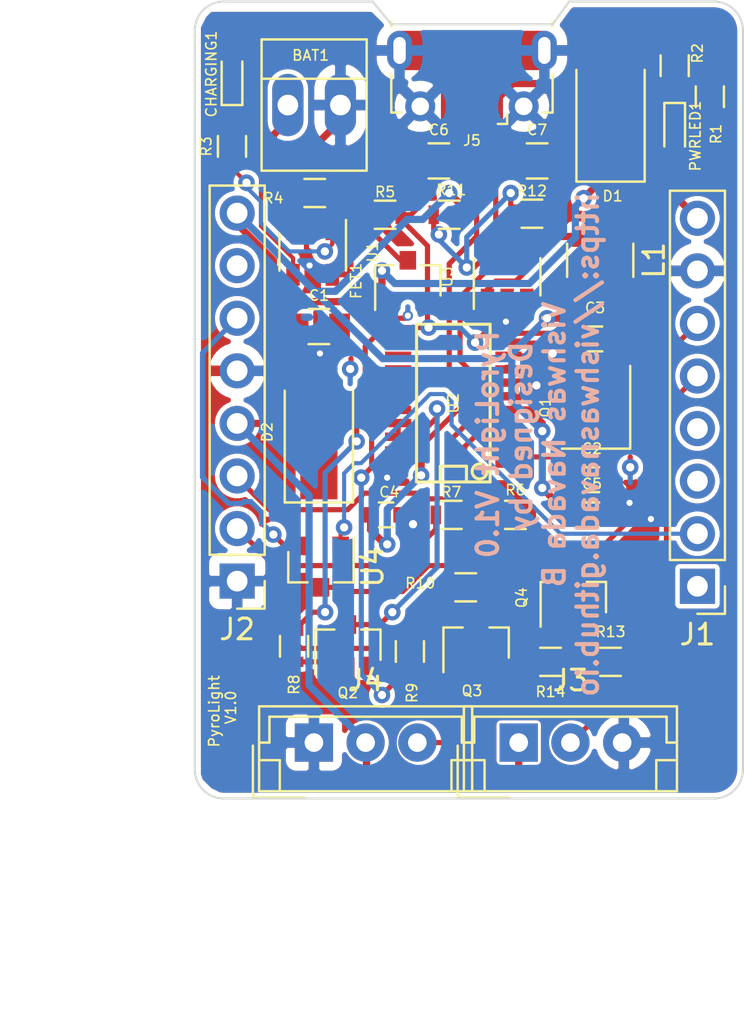
<source format=kicad_pcb>
(kicad_pcb (version 20171130) (host pcbnew "(5.1.5)-3")
  (title_block (title PyroLight) (date 2020-02-22) (rev V1.0) (company "Developer: Vishwas Navada B") (comment 1 https://vishwasnavada.github.io))
  (layers (0 F.Cu signal) (31 B.Cu signal) (34 B.Paste user) (35 F.Paste user) (36 B.SilkS user) (37 F.SilkS user) (38 B.Mask user) (39 F.Mask user) (44 Edge.Cuts user))
  (net 0 "")
  (net 1 GND)
  (net 2 "Net-(BAT1-Pad1)")
  (net 3 +5V)
  (net 4 "Net-(C2-Pad1)")
  (net 5 "Net-(C3-Pad1)")
  (net 6 +3V3)
  (net 7 "Net-(C6-Pad1)")
  (net 8 "Net-(CHARGING1-Pad1)")
  (net 9 /+5V_USB)
  (net 10 GPIO_12)
  (net 11 GPIO_13)
  (net 12 GPIO_02)
  (net 13 GPIO1_TXD)
  (net 14 GPIO3_RXD)
  (net 15 GPIO_0)
  (net 16 "Net-(J3-Pad2)")
  (net 17 "Net-(L1-Pad1)")
  (net 18 "Net-(PWRLED1-Pad1)")
  (net 19 "Net-(Q2-Pad2)")
  (net 20 "Net-(Q2-Pad1)")
  (net 21 "Net-(Q3-Pad3)")
  (net 22 "Net-(Q3-Pad2)")
  (net 23 "Net-(Q3-Pad1)")
  (net 24 "Net-(Q4-Pad1)")
  (net 25 "Net-(Q4-Pad2)")
  (net 26 "Net-(R3-Pad2)")
  (net 27 "Net-(R4-Pad1)")
  (net 28 "Net-(R6-Pad1)")
  (net 29 "Net-(R7-Pad1)")
  (net 30 "Net-(R11-Pad1)")
  (net 31 "Net-(J5-Pad2)")
  (net 32 "Net-(J5-Pad3)")
  (net 33 "Net-(R10-Pad2)")
  (module Connectors:PINHEAD1-2 (layer F.Cu) (at 145.4 80.12)
    (fp_text reference BAT1 (at 1.1 -2.4) (layer F.SilkS) (effects (font (size 0.5 0.5) (thickness 0.08))))
    (fp_text value DW02S)
    (pad 2 thru_hole oval (at 2.54 0) (size 1.51 3.01) (drill 1) (layers *.Cu *.Mask) (net 1 GND))
    (pad 1 thru_hole oval (at 0 0) (size 1.51 3.01) (drill 1) (layers *.Cu *.Mask) (net 2 "Net-(BAT1-Pad1)"))
  )
  (module Capacitors_SMD:C_0805 (layer F.Cu) (at 146.9 90.82)
    (fp_text reference C1 (at 0 -1.5) (layer F.SilkS) (effects (font (size 0.5 0.5) (thickness 0.08))))
    (fp_text value 47uF/6.3V/)
    (pad 2 smd rect (at 1 0) (size 1 1.25) (layers F.Cu F.Paste F.Mask) (net 1 GND))
    (pad 1 smd rect (at -1 0) (size 1 1.25) (layers F.Cu F.Paste F.Mask) (net 3 +5V))
  )
  (module Capacitors_SMD:C_0603 (layer F.Cu) (at 160.1 98.22)
    (fp_text reference C2 (at 0 -1.5) (layer F.SilkS) (effects (font (size 0.5 0.5) (thickness 0.08))))
    (fp_text value 27pF/50V/)
    (pad 1 smd rect (at -0.75 0) (size 0.8 0.75) (layers F.Cu F.Paste F.Mask) (net 4 "Net-(C2-Pad1)"))
    (pad 2 smd rect (at 0.75 0) (size 0.8 0.75) (layers F.Cu F.Paste F.Mask) (net 1 GND))
  )
  (module Capacitors_SMD:C_0603 (layer F.Cu) (at 160.25 91.42)
    (fp_text reference C3 (at 0 -1.5) (layer F.SilkS) (effects (font (size 0.5 0.5) (thickness 0.08))))
    (fp_text value 27pF/50V)
    (pad 2 smd rect (at 0.75 0) (size 0.8 0.75) (layers F.Cu F.Paste F.Mask) (net 1 GND))
    (pad 1 smd rect (at -0.75 0) (size 0.8 0.75) (layers F.Cu F.Paste F.Mask) (net 5 "Net-(C3-Pad1)"))
  )
  (module Capacitors_SMD:C_0603 (layer F.Cu) (at 150.15 99.92)
    (fp_text reference C4 (at 0.15 -1.1) (layer F.SilkS) (effects (font (size 0.5 0.5) (thickness 0.08))))
    (fp_text value 22uF/6.3V/)
    (pad 1 smd rect (at -0.75 0) (size 0.8 0.75) (layers F.Cu F.Paste F.Mask) (net 6 +3V3))
    (pad 2 smd rect (at 0.75 0) (size 0.8 0.75) (layers F.Cu F.Paste F.Mask) (net 1 GND))
  )
  (module Capacitors_SMD:C_0603 (layer F.Cu) (at 160.1 99.92)
    (fp_text reference C5 (at 0 -1.5) (layer F.SilkS) (effects (font (size 0.5 0.5) (thickness 0.08))))
    (fp_text value 100nF/50V/)
    (pad 2 smd rect (at 0.75 0) (size 0.8 0.75) (layers F.Cu F.Paste F.Mask) (net 1 GND))
    (pad 1 smd rect (at -0.75 0) (size 0.8 0.75) (layers F.Cu F.Paste F.Mask) (net 6 +3V3))
  )
  (module Capacitors_SMD:C_0805 (layer F.Cu) (at 152.7 82.82)
    (fp_text reference C6 (at 0 -1.5) (layer F.SilkS) (effects (font (size 0.5 0.5) (thickness 0.08))))
    (fp_text value 47uF/6.3V/20%/X5R/C0805)
    (pad 2 smd rect (at 1 0) (size 1 1.25) (layers F.Cu F.Paste F.Mask) (net 1 GND))
    (pad 1 smd rect (at -1 0) (size 1 1.25) (layers F.Cu F.Paste F.Mask) (net 7 "Net-(C6-Pad1)"))
  )
  (module Capacitors_SMD:C_0805 (layer F.Cu) (at 157.45 82.82)
    (fp_text reference C7 (at 0 -1.5) (layer F.SilkS) (effects (font (size 0.5 0.5) (thickness 0.08))))
    (fp_text value 47uF/6.3V/20%/X5R/C0805)
    (pad 1 smd rect (at -1 0) (size 1 1.25) (layers F.Cu F.Paste F.Mask) (net 6 +3V3))
    (pad 2 smd rect (at 1 0) (size 1 1.25) (layers F.Cu F.Paste F.Mask) (net 1 GND))
  )
  (module LEDs:LED_0603 (layer F.Cu) (at 142.7 78.82 90)
    (fp_text reference CHARGING1 (at 0.2 -1 90) (layer F.SilkS) (effects (font (size 0.5 0.5) (thickness 0.08))))
    (fp_text value LED/YELLOW/0603)
    (pad 1 smd rect (at -0.8 0 270) (size 0.8 0.8) (layers F.Cu F.Paste F.Mask) (net 8 "Net-(CHARGING1-Pad1)"))
    (pad 2 smd rect (at 0.8 0 270) (size 0.8 0.8) (layers F.Cu F.Paste F.Mask) (net 3 +5V))
  )
  (module Diodes_SMD:D_SMA (layer F.Cu) (at 161 80.42 90)
    (fp_text reference D1 (at -4.1 0.1 180) (layer F.SilkS) (effects (font (size 0.5 0.5) (thickness 0.08))))
    (fp_text value 1N5822/SS34/SMA)
    (pad 1 smd rect (at -2 0 90) (size 2.5 1.8) (layers F.Cu F.Paste F.Mask) (net 3 +5V))
    (pad 2 smd rect (at 2 0 90) (size 2.5 1.8) (layers F.Cu F.Paste F.Mask) (net 9 /+5V_USB))
  )
  (module Diodes_SMD:D_SMA (layer F.Cu) (at 146.9 95.92 90)
    (fp_text reference D2 (at 0 -2.5 90) (layer F.SilkS) (effects (font (size 0.5 0.5) (thickness 0.08))))
    (fp_text value 1N5822/SS34/SMA)
    (pad 2 smd rect (at 2 0 90) (size 2.5 1.8) (layers F.Cu F.Paste F.Mask) (net 3 +5V))
    (pad 1 smd rect (at -2 0 90) (size 2.5 1.8) (layers F.Cu F.Paste F.Mask) (net 7 "Net-(C6-Pad1)"))
  )
  (module TO_SOT_Packages_SMD:SOT-23 (layer F.Cu) (at 151.2 88.62 90)
    (fp_text reference FET1 (at 0 -2.5 90) (layer F.SilkS) (effects (font (size 0.5 0.5) (thickness 0.08))))
    (fp_text value WPM2015-3/TR)
    (pad 1 smd rect (at -1 -0.95 90) (size 0.9 0.8) (layers F.Cu F.Paste F.Mask) (net 3 +5V))
    (pad 2 smd rect (at -1 0.95 90) (size 0.9 0.8) (layers F.Cu F.Paste F.Mask) (net 7 "Net-(C6-Pad1)"))
    (pad 3 smd rect (at 1 0 90) (size 0.9 0.8) (layers F.Cu F.Paste F.Mask) (net 2 "Net-(BAT1-Pad1)"))
  )
  (module LEDs:LED_0603 (layer F.Cu) (at 164.1 81.32 270)
    (fp_text reference PWRLED1 (at 0.3 -1 90) (layer F.SilkS) (effects (font (size 0.5 0.5) (thickness 0.08))))
    (fp_text value LED/RED/0603)
    (pad 2 smd rect (at 0.8 0 90) (size 0.8 0.8) (layers F.Cu F.Paste F.Mask) (net 3 +5V))
    (pad 1 smd rect (at -0.8 0 90) (size 0.8 0.8) (layers F.Cu F.Paste F.Mask) (net 18 "Net-(PWRLED1-Pad1)"))
  )
  (module Crystals:Crystal_SMD_3225-4pin_3.2x2.5mm (layer F.Cu) (at 160.3 94.72 90)
    (fp_text reference Q1 (at 0 -2.45 90) (layer F.SilkS) (effects (font (size 0.5 0.5) (thickness 0.08))))
    (fp_text value Q12MHz/20pF/10ppm/4P/3.2x2.5mm)
    (pad 4 smd rect (at -1.1 -0.85 90) (size 1.4 1.2) (layers F.Cu F.Paste F.Mask))
    (pad 3 smd rect (at 1.1 -0.85 90) (size 1.4 1.2) (layers F.Cu F.Paste F.Mask) (net 1 GND))
    (pad 2 smd rect (at 1.1 0.85 90) (size 1.4 1.2) (layers F.Cu F.Paste F.Mask) (net 5 "Net-(C3-Pad1)"))
    (pad 1 smd rect (at -1.1 0.85 90) (size 1.4 1.2) (layers F.Cu F.Paste F.Mask) (net 4 "Net-(C2-Pad1)"))
  )
  (module TO_SOT_Packages_SMD:SOT-23 (layer F.Cu) (at 148.3 106.22 90)
    (fp_text reference Q2 (at -2.3 0 180) (layer F.SilkS) (effects (font (size 0.5 0.5) (thickness 0.08))))
    (fp_text value "BC817-40(SOT23)")
    (pad 3 smd rect (at 1 0 90) (size 0.9 0.8) (layers F.Cu F.Paste F.Mask))
    (pad 2 smd rect (at -1 0.95 90) (size 0.9 0.8) (layers F.Cu F.Paste F.Mask) (net 19 "Net-(Q2-Pad2)"))
    (pad 1 smd rect (at -1 -0.95 90) (size 0.9 0.8) (layers F.Cu F.Paste F.Mask) (net 20 "Net-(Q2-Pad1)"))
  )
  (module TO_SOT_Packages_SMD:SOT-23 (layer F.Cu) (at 154.5 106.12 90)
    (fp_text reference Q3 (at -2.3 -0.2 180) (layer F.SilkS) (effects (font (size 0.5 0.5) (thickness 0.08))))
    (fp_text value "BC817-40(SOT23)")
    (pad 3 smd rect (at 1 0 90) (size 0.9 0.8) (layers F.Cu F.Paste F.Mask) (net 21 "Net-(Q3-Pad3)"))
    (pad 2 smd rect (at -1 0.95 90) (size 0.9 0.8) (layers F.Cu F.Paste F.Mask) (net 22 "Net-(Q3-Pad2)"))
    (pad 1 smd rect (at -1 -0.95 90) (size 0.9 0.8) (layers F.Cu F.Paste F.Mask) (net 23 "Net-(Q3-Pad1)"))
  )
  (module TO_SOT_Packages_SMD:SOT-23 (layer F.Cu) (at 159.2 103.92 90)
    (fp_text reference Q4 (at 0 -2.5 90) (layer F.SilkS) (effects (font (size 0.5 0.5) (thickness 0.08))))
    (fp_text value BC547)
    (pad 1 smd rect (at -1 -0.95 90) (size 0.9 0.8) (layers F.Cu F.Paste F.Mask) (net 24 "Net-(Q4-Pad1)"))
    (pad 2 smd rect (at -1 0.95 90) (size 0.9 0.8) (layers F.Cu F.Paste F.Mask) (net 25 "Net-(Q4-Pad2)"))
    (pad 3 smd rect (at 1 0 90) (size 0.9 0.8) (layers F.Cu F.Paste F.Mask) (net 1 GND))
  )
  (module Resistors_SMD:R_0603 (layer F.Cu) (at 165.8 79.72 90)
    (fp_text reference R1 (at -1.8 0.3 90) (layer F.SilkS) (effects (font (size 0.5 0.5) (thickness 0.08))))
    (fp_text value 10k/R0603)
    (pad 2 smd rect (at 0.75 0 90) (size 0.5 0.9) (layers F.Cu F.Paste F.Mask) (net 1 GND))
    (pad 1 smd rect (at -0.75 0 90) (size 0.5 0.9) (layers F.Cu F.Paste F.Mask) (net 3 +5V))
  )
  (module Resistors_SMD:R_0603 (layer F.Cu) (at 164.1 78.22 90)
    (fp_text reference R2 (at 0.6 1.1 90) (layer F.SilkS) (effects (font (size 0.5 0.5) (thickness 0.08))))
    (fp_text value 2.2k/R0603)
    (pad 1 smd rect (at -0.75 0 90) (size 0.5 0.9) (layers F.Cu F.Paste F.Mask) (net 18 "Net-(PWRLED1-Pad1)"))
    (pad 2 smd rect (at 0.75 0 90) (size 0.5 0.9) (layers F.Cu F.Paste F.Mask) (net 1 GND))
  )
  (module Resistors_SMD:R_0603 (layer F.Cu) (at 142.7 82.12 270)
    (fp_text reference R3 (at 0 1.25 90) (layer F.SilkS) (effects (font (size 0.5 0.5) (thickness 0.08))))
    (fp_text value 2.2k/R0603)
    (pad 2 smd rect (at 0.75 0 270) (size 0.5 0.9) (layers F.Cu F.Paste F.Mask) (net 26 "Net-(R3-Pad2)"))
    (pad 1 smd rect (at -0.75 0 270) (size 0.5 0.9) (layers F.Cu F.Paste F.Mask) (net 8 "Net-(CHARGING1-Pad1)"))
  )
  (module Resistors_SMD:R_0603 (layer F.Cu) (at 146.7 84.37 180)
    (fp_text reference R4 (at 2 -0.25) (layer F.SilkS) (effects (font (size 0.5 0.5) (thickness 0.08))))
    (fp_text value 2.2k/R0603)
    (pad 1 smd rect (at -0.75 0 180) (size 0.5 0.9) (layers F.Cu F.Paste F.Mask) (net 27 "Net-(R4-Pad1)"))
    (pad 2 smd rect (at 0.75 0 180) (size 0.5 0.9) (layers F.Cu F.Paste F.Mask) (net 1 GND))
  )
  (module Resistors_SMD:R_0603 (layer F.Cu) (at 150.1 85.42)
    (fp_text reference R5 (at 0 -1.1) (layer F.SilkS) (effects (font (size 0.5 0.5) (thickness 0.08))))
    (fp_text value NA/R0603)
    (pad 1 smd rect (at -0.75 0) (size 0.5 0.9) (layers F.Cu F.Paste F.Mask) (net 2 "Net-(BAT1-Pad1)"))
    (pad 2 smd rect (at 0.75 0) (size 0.5 0.9) (layers F.Cu F.Paste F.Mask) (net 7 "Net-(C6-Pad1)"))
  )
  (module Resistors_SMD:R_0603 (layer F.Cu) (at 156.4 99.92 180)
    (fp_text reference R6 (at 0 1.2) (layer F.SilkS) (effects (font (size 0.5 0.5) (thickness 0.08))))
    (fp_text value 220R/R0603)
    (pad 2 smd rect (at 0.75 0 180) (size 0.5 0.9) (layers F.Cu F.Paste F.Mask) (net 14 GPIO3_RXD))
    (pad 1 smd rect (at -0.75 0 180) (size 0.5 0.9) (layers F.Cu F.Paste F.Mask) (net 28 "Net-(R6-Pad1)"))
  )
  (module Resistors_SMD:R_0603 (layer F.Cu) (at 153.3 99.92 180)
    (fp_text reference R7 (at 0 1.1) (layer F.SilkS) (effects (font (size 0.5 0.5) (thickness 0.08))))
    (fp_text value 220R/R0603)
    (pad 1 smd rect (at -0.75 0 180) (size 0.5 0.9) (layers F.Cu F.Paste F.Mask) (net 29 "Net-(R7-Pad1)"))
    (pad 2 smd rect (at 0.75 0 180) (size 0.5 0.9) (layers F.Cu F.Paste F.Mask) (net 13 GPIO1_TXD))
  )
  (module Resistors_SMD:R_0603 (layer F.Cu) (at 145.7 106.27 270)
    (fp_text reference R8 (at 1.85 0 90) (layer F.SilkS) (effects (font (size 0.5 0.5) (thickness 0.08))))
    (fp_text value 1k/R0603)
    (pad 2 smd rect (at 0.75 0 270) (size 0.5 0.9) (layers F.Cu F.Paste F.Mask) (net 20 "Net-(Q2-Pad1)"))
    (pad 1 smd rect (at -0.75 0 270) (size 0.5 0.9) (layers F.Cu F.Paste F.Mask) (net 22 "Net-(Q3-Pad2)"))
  )
  (module Resistors_SMD:R_0603 (layer F.Cu) (at 151.3 106.52 90)
    (fp_text reference R9 (at -2 0.1 90) (layer F.SilkS) (effects (font (size 0.5 0.5) (thickness 0.08))))
    (fp_text value 1k/R0603)
    (pad 1 smd rect (at -0.75 0 90) (size 0.5 0.9) (layers F.Cu F.Paste F.Mask) (net 19 "Net-(Q2-Pad2)"))
    (pad 2 smd rect (at 0.75 0 90) (size 0.5 0.9) (layers F.Cu F.Paste F.Mask) (net 23 "Net-(Q3-Pad1)"))
  )
  (module Resistors_SMD:R_0603 (layer F.Cu) (at 154 103.42)
    (fp_text reference R10 (at -2.2 -0.2) (layer F.SilkS) (effects (font (size 0.5 0.5) (thickness 0.08))))
    (fp_text value 220R/R0603)
    (pad 2 smd rect (at 0.75 0) (size 0.5 0.9) (layers F.Cu F.Paste F.Mask) (net 33 "Net-(R10-Pad2)"))
    (pad 1 smd rect (at -0.75 0) (size 0.5 0.9) (layers F.Cu F.Paste F.Mask) (net 21 "Net-(Q3-Pad3)"))
  )
  (module Resistors_SMD:R_0603 (layer F.Cu) (at 153.2 85.42)
    (fp_text reference R11 (at 0.1 -1.2) (layer F.SilkS) (effects (font (size 0.5 0.5) (thickness 0.08))))
    (fp_text value 4.99k/)
    (pad 2 smd rect (at 0.75 0) (size 0.5 0.9) (layers F.Cu F.Paste F.Mask) (net 6 +3V3))
    (pad 1 smd rect (at -0.75 0) (size 0.5 0.9) (layers F.Cu F.Paste F.Mask) (net 30 "Net-(R11-Pad1)"))
  )
  (module Resistors_SMD:R_0603 (layer F.Cu) (at 157.2 85.37)
    (fp_text reference R12 (at 0 -1.1) (layer F.SilkS) (effects (font (size 0.5 0.5) (thickness 0.08))))
    (fp_text value 1.1k/)
    (pad 1 smd rect (at -0.75 0) (size 0.5 0.9) (layers F.Cu F.Paste F.Mask) (net 30 "Net-(R11-Pad1)"))
    (pad 2 smd rect (at 0.75 0) (size 0.5 0.9) (layers F.Cu F.Paste F.Mask) (net 1 GND))
  )
  (module Resistors_SMD:R_0603 (layer F.Cu) (at 161 107.02)
    (fp_text reference R13 (at 0 -1.45) (layer F.SilkS) (effects (font (size 0.5 0.5) (thickness 0.08))))
    (fp_text value 1k)
    (pad 1 smd rect (at -0.75 0) (size 0.5 0.9) (layers F.Cu F.Paste F.Mask) (net 25 "Net-(Q4-Pad2)"))
    (pad 2 smd rect (at 0.75 0) (size 0.5 0.9) (layers F.Cu F.Paste F.Mask) (net 16 "Net-(J3-Pad2)"))
  )
  (module Resistors_SMD:R_0603 (layer F.Cu) (at 158.1 107.02 180)
    (fp_text reference R14 (at 0 -1.45) (layer F.SilkS) (effects (font (size 0.5 0.5) (thickness 0.08))))
    (fp_text value 10k)
    (pad 2 smd rect (at 0.75 0 180) (size 0.5 0.9) (layers F.Cu F.Paste F.Mask) (net 24 "Net-(Q4-Pad1)"))
    (pad 1 smd rect (at -0.75 0 180) (size 0.5 0.9) (layers F.Cu F.Paste F.Mask) (net 11 GPIO_13))
  )
  (module TO_SOT_Packages_SMD:SOT-23-5 (layer F.Cu) (at 146.6 87.22 270)
    (fp_text reference U1 (at 0 -2.9 90) (layer F.SilkS) (effects (font (size 0.5 0.5) (thickness 0.08))))
    (fp_text value "BL4054B-42TPRN(SOT23-5)")
    (pad 1 smd rect (at -1.1 -0.95 270) (size 1.06 0.65) (layers F.Cu F.Paste F.Mask) (net 26 "Net-(R3-Pad2)"))
    (pad 2 smd rect (at -1.1 0 270) (size 1.06 0.65) (layers F.Cu F.Paste F.Mask) (net 1 GND))
    (pad 3 smd rect (at -1.1 0.95 270) (size 1.06 0.65) (layers F.Cu F.Paste F.Mask) (net 2 "Net-(BAT1-Pad1)"))
    (pad 4 smd rect (at 1.1 0.95 270) (size 1.06 0.65) (layers F.Cu F.Paste F.Mask) (net 3 +5V))
    (pad 5 smd rect (at 1.1 -0.95 270) (size 1.06 0.65) (layers F.Cu F.Paste F.Mask) (net 27 "Net-(R4-Pad1)"))
  )
  (module SMD_Packages:SSOP-20 (layer F.Cu) (at 153.4 94.52 90)
    (fp_text reference U2 (at 0 0 90) (layer F.SilkS) (effects (font (size 0.5 0.5) (thickness 0.08))))
    (fp_text value "CH340T(SSOP20W)")
    (pad 20 smd rect (at -2.921 -2.667 90) (size 0.4064 1.27) (layers F.Cu F.Paste F.Mask) (net 1 GND))
    (pad 19 smd rect (at -2.286 -2.667 90) (size 0.4064 1.27) (layers F.Cu F.Paste F.Mask) (net 6 +3V3))
    (pad 18 smd rect (at -1.6256 -2.667 90) (size 0.4064 1.27) (layers F.Cu F.Paste F.Mask))
    (pad 17 smd rect (at -0.9652 -2.667 90) (size 0.4064 1.27) (layers F.Cu F.Paste F.Mask))
    (pad 16 smd rect (at -0.3302 -2.667 90) (size 0.4064 1.27) (layers F.Cu F.Paste F.Mask) (net 19 "Net-(Q2-Pad2)"))
    (pad 15 smd rect (at 0.3302 -2.667 90) (size 0.4064 1.27) (layers F.Cu F.Paste F.Mask) (net 22 "Net-(Q3-Pad2)"))
    (pad 14 smd rect (at 0.9906 -2.667 90) (size 0.4064 1.27) (layers F.Cu F.Paste F.Mask))
    (pad 13 smd rect (at 1.6256 -2.667 90) (size 0.4064 1.27) (layers F.Cu F.Paste F.Mask))
    (pad 12 smd rect (at 2.286 -2.667 90) (size 0.4064 1.27) (layers F.Cu F.Paste F.Mask))
    (pad 11 smd rect (at 2.921 -2.667 90) (size 0.4064 1.27) (layers F.Cu F.Paste F.Mask))
    (pad 10 smd rect (at 2.921 2.667 90) (size 0.4064 1.27) (layers F.Cu F.Paste F.Mask) (net 5 "Net-(C3-Pad1)"))
    (pad 9 smd rect (at 2.286 2.667 90) (size 0.4064 1.27) (layers F.Cu F.Paste F.Mask) (net 4 "Net-(C2-Pad1)"))
    (pad 8 smd rect (at 1.6256 2.667 90) (size 0.4064 1.27) (layers F.Cu F.Paste F.Mask) (net 1 GND))
    (pad 7 smd rect (at 0.9906 2.667 90) (size 0.4064 1.27) (layers F.Cu F.Paste F.Mask) (net 31 "Net-(J5-Pad2)"))
    (pad 6 smd rect (at 0.3302 2.667 90) (size 0.4064 1.27) (layers F.Cu F.Paste F.Mask) (net 32 "Net-(J5-Pad3)"))
    (pad 5 smd rect (at -0.3302 2.667 90) (size 0.4064 1.27) (layers F.Cu F.Paste F.Mask) (net 6 +3V3))
    (pad 4 smd rect (at -0.9652 2.667 90) (size 0.4064 1.27) (layers F.Cu F.Paste F.Mask) (net 29 "Net-(R7-Pad1)"))
    (pad 3 smd rect (at -1.6256 2.667 90) (size 0.4064 1.27) (layers F.Cu F.Paste F.Mask) (net 28 "Net-(R6-Pad1)"))
    (pad 2 smd rect (at -2.286 2.667 90) (size 0.4064 1.27) (layers F.Cu F.Paste F.Mask))
    (pad 1 smd rect (at -2.921 2.667 90) (size 0.4064 1.27) (layers F.Cu F.Paste F.Mask))
  )
  (module TO_SOT_Packages_SMD:SOT-23-5 (layer F.Cu) (at 156 88.42 90)
    (fp_text reference U3 (at 0 -2.9 90) (layer F.SilkS) (effects (font (size 0.5 0.5) (thickness 0.08))))
    (fp_text value "SY8089AAAC(SOT23-5)")
    (pad 5 smd rect (at 1.1 -0.95 90) (size 1.06 0.65) (layers F.Cu F.Paste F.Mask) (net 30 "Net-(R11-Pad1)"))
    (pad 4 smd rect (at 1.1 0.95 90) (size 1.06 0.65) (layers F.Cu F.Paste F.Mask) (net 7 "Net-(C6-Pad1)"))
    (pad 3 smd rect (at -1.1 0.95 90) (size 1.06 0.65) (layers F.Cu F.Paste F.Mask) (net 17 "Net-(L1-Pad1)"))
    (pad 2 smd rect (at -1.1 0 90) (size 1.06 0.65) (layers F.Cu F.Paste F.Mask) (net 1 GND))
    (pad 1 smd rect (at -1.1 -0.95 90) (size 1.06 0.65) (layers F.Cu F.Paste F.Mask) (net 7 "Net-(C6-Pad1)"))
  )
  (module Connector_USB:USB_Micro-B_Molex-105017-0001 (layer F.Cu) (at 154.3 78.72 180)
    (fp_text reference J5 (at 0 -3.1125) (layer F.SilkS) (effects (font (size 0.5 0.5) (thickness 0.08))))
    (fp_text value USB_B_Micro)
    (pad 6 smd rect (at 1 1.2375 180) (size 1.5 1.9) (layers F.Cu F.Paste F.Mask) (net 1 GND))
    (pad 6 thru_hole circle (at -2.5 -1.4625 180) (size 1.45 1.45) (drill 0.85) (layers *.Cu *.Mask) (net 1 GND))
    (pad 2 smd rect (at -0.65 -1.4625 180) (size 0.4 1.35) (layers F.Cu F.Paste F.Mask) (net 31 "Net-(J5-Pad2)"))
    (pad 1 smd rect (at -1.3 -1.4625 180) (size 0.4 1.35) (layers F.Cu F.Paste F.Mask) (net 9 /+5V_USB))
    (pad 5 smd rect (at 1.3 -1.4625 180) (size 0.4 1.35) (layers F.Cu F.Paste F.Mask) (net 1 GND))
    (pad 4 smd rect (at 0.65 -1.4625 180) (size 0.4 1.35) (layers F.Cu F.Paste F.Mask))
    (pad 3 smd rect (at 0 -1.4625 180) (size 0.4 1.35) (layers F.Cu F.Paste F.Mask) (net 32 "Net-(J5-Pad3)"))
    (pad 6 thru_hole circle (at 2.5 -1.4625 180) (size 1.45 1.45) (drill 0.85) (layers *.Cu *.Mask) (net 1 GND))
    (pad 6 smd rect (at -1 1.2375 180) (size 1.5 1.9) (layers F.Cu F.Paste F.Mask) (net 1 GND))
    (pad 6 thru_hole oval (at -3.5 1.2375) (size 1.2 1.9) (drill oval 0.6 1.3) (layers *.Cu *.Mask) (net 1 GND))
    (pad 6 thru_hole oval (at 3.5 1.2375 180) (size 1.2 1.9) (drill oval 0.6 1.3) (layers *.Cu *.Mask) (net 1 GND))
    (pad 6 smd rect (at 2.9 1.2375 180) (size 1.2 1.9) (layers F.Cu F.Mask) (net 1 GND))
    (pad 6 smd rect (at -2.9 1.2375 180) (size 1.2 1.9) (layers F.Cu F.Mask) (net 1 GND))
  )
  (module Inductors_SMD:L_Abracon_ASPI-3012S (layer F.Cu) (at 160.5 87.62 90)
    (fp_text reference L1 (at 0 2.6 90) (layer F.SilkS))
    (fp_text value 2.2uH/1.5A/DCR<0.1R/CD32)
    (pad 2 smd rect (at 1.15 0 90) (size 1 2.75) (layers F.Cu F.Paste F.Mask) (net 6 +3V3))
    (pad 1 smd rect (at -1.15 0 90) (size 1 2.75) (layers F.Cu F.Paste F.Mask) (net 17 "Net-(L1-Pad1)"))
  )
  (module TO_SOT_Packages_SMD:SOT-23 (layer F.Cu) (at 147 102.42 270)
    (fp_text reference U4 (at 0 -2.5 90) (layer F.SilkS))
    (fp_text value "BAT54C(SOT23-3)")
    (pad 3 smd rect (at 1 0 270) (size 0.9 0.8) (layers F.Cu F.Paste F.Mask) (net 33 "Net-(R10-Pad2)"))
    (pad 2 smd rect (at -1 0.95 270) (size 0.9 0.8) (layers F.Cu F.Paste F.Mask) (net 15 GPIO_0))
    (pad 1 smd rect (at -1 -0.95 270) (size 0.9 0.8) (layers F.Cu F.Paste F.Mask) (net 12 GPIO_02))
  )
  (module Socket_Strips:Socket_Strip_Straight_1x08_Pitch2.54mm (layer F.Cu) (at 165.2 103.37 180)
    (fp_text reference J1 (at 0 -2.33) (layer F.SilkS))
    (fp_text value Conn_01x08_Female)
    (pad 1 thru_hole rect (at 0 0 180) (size 1.7 1.7) (drill 1) (layers *.Cu *.Mask))
    (pad 2 thru_hole oval (at 0 2.54 180) (size 1.7 1.7) (drill 1) (layers *.Cu *.Mask) (net 12 GPIO_02))
    (pad 3 thru_hole oval (at 0 5.08 180) (size 1.7 1.7) (drill 1) (layers *.Cu *.Mask))
    (pad 4 thru_hole oval (at 0 7.62 180) (size 1.7 1.7) (drill 1) (layers *.Cu *.Mask))
    (pad 5 thru_hole oval (at 0 10.16 180) (size 1.7 1.7) (drill 1) (layers *.Cu *.Mask) (net 11 GPIO_13))
    (pad 6 thru_hole oval (at 0 12.7 180) (size 1.7 1.7) (drill 1) (layers *.Cu *.Mask) (net 10 GPIO_12))
    (pad 7 thru_hole oval (at 0 15.24 180) (size 1.7 1.7) (drill 1) (layers *.Cu *.Mask) (net 1 GND))
    (pad 8 thru_hole oval (at 0 17.78 180) (size 1.7 1.7) (drill 1) (layers *.Cu *.Mask) (net 3 +5V))
  )
  (module Socket_Strips:Socket_Strip_Straight_1x08_Pitch2.54mm (layer F.Cu) (at 142.95 103.12 180)
    (fp_text reference J2 (at 0 -2.33) (layer F.SilkS))
    (fp_text value Conn_01x08_Female)
    (pad 8 thru_hole oval (at 0 17.78 180) (size 1.7 1.7) (drill 1) (layers *.Cu *.Mask) (net 6 +3V3))
    (pad 7 thru_hole oval (at 0 15.24 180) (size 1.7 1.7) (drill 1) (layers *.Cu *.Mask))
    (pad 6 thru_hole oval (at 0 12.7 180) (size 1.7 1.7) (drill 1) (layers *.Cu *.Mask) (net 15 GPIO_0))
    (pad 5 thru_hole oval (at 0 10.16 180) (size 1.7 1.7) (drill 1) (layers *.Cu *.Mask) (net 1 GND))
    (pad 4 thru_hole oval (at 0 7.62 180) (size 1.7 1.7) (drill 1) (layers *.Cu *.Mask) (net 6 +3V3))
    (pad 3 thru_hole oval (at 0 5.08 180) (size 1.7 1.7) (drill 1) (layers *.Cu *.Mask) (net 14 GPIO3_RXD))
    (pad 2 thru_hole oval (at 0 2.54 180) (size 1.7 1.7) (drill 1) (layers *.Cu *.Mask) (net 13 GPIO1_TXD))
    (pad 1 thru_hole rect (at 0 0 180) (size 1.7 1.7) (drill 1) (layers *.Cu *.Mask) (net 1 GND))
  )
  (module Connectors_JST:JST_EH_B03B-EH-A_03x2.50mm_Straight (layer F.Cu) (at 156.56 110.92)
    (fp_text reference J3 (at 2.5 -3) (layer F.SilkS))
    (fp_text value "SS-430 Proximity sensor")
    (pad 1 thru_hole rect (at 0 0) (size 1.85 1.85) (drill 0.9) (layers *.Cu *.Mask) (net 6 +3V3))
    (pad 2 thru_hole circle (at 2.5 0) (size 1.85 1.85) (drill 0.9) (layers *.Cu *.Mask) (net 16 "Net-(J3-Pad2)"))
    (pad 3 thru_hole circle (at 5 0) (size 1.85 1.85) (drill 0.9) (layers *.Cu *.Mask) (net 1 GND))
  )
  (module Connectors_JST:JST_EH_B03B-EH-A_03x2.50mm_Straight (layer F.Cu) (at 146.66 110.92)
    (fp_text reference J4 (at 2.5 -3) (layer F.SilkS))
    (fp_text value Servo)
    (pad 3 thru_hole circle (at 5 0) (size 1.85 1.85) (drill 0.9) (layers *.Cu *.Mask) (net 10 GPIO_12))
    (pad 2 thru_hole circle (at 2.5 0) (size 1.85 1.85) (drill 0.9) (layers *.Cu *.Mask) (net 6 +3V3))
    (pad 1 thru_hole rect (at 0 0) (size 1.85 1.85) (drill 0.9) (layers *.Cu *.Mask) (net 1 GND))
  )
  (gr_text "PyroLight V1.0\nDesigned by \nVishwas Navada B\nhttps://vishwasnavada.github.io" (at 157.48 96.52 90) (layer B.SilkS) (effects (font (size 1 1) (thickness 0.2)) (justify mirror)))
  (gr_text "PyroLight \nV1.0" (at 142.24 109.22 90) (layer F.SilkS) (effects (font (size 0.5 0.5) (thickness 0.08))))
  (gr_arc (start 142.3 76.52) (end 142.3 75.12) (angle -90) (layer Edge.Cuts) (width 0.1))
  (gr_arc (start 166 76.52) (end 167.4 76.52) (angle -90) (layer Edge.Cuts) (width 0.1))
  (gr_arc (start 166 112.22) (end 166 113.62) (angle -90) (layer Edge.Cuts) (width 0.1))
  (gr_arc (start 142.3 112.22) (end 140.9 112.22) (angle -90) (layer Edge.Cuts) (width 0.1))
  (gr_line (start 140.9 112.22) (end 140.9 76.57) (layer Edge.Cuts) (width 0.1))
  (gr_line (start 166.1 113.62) (end 142.2 113.62) (layer Edge.Cuts) (width 0.1))
  (gr_line (start 167.4 76.52) (end 167.4 112.32) (layer Edge.Cuts) (width 0.1))
  (gr_line (start 159 75.12) (end 166.1 75.12) (layer Edge.Cuts) (width 0.1))
  (gr_line (start 158.2 76.22) (end 159 75.12) (layer Edge.Cuts) (width 0.1))
  (gr_line (start 150.4 76.22) (end 158.2 76.22) (layer Edge.Cuts) (width 0.1))
  (gr_line (start 149.5 75.12) (end 150.4 76.22) (layer Edge.Cuts) (width 0.1))
  (gr_line (start 142.3 75.12) (end 149.5 75.12) (layer Edge.Cuts) (width 0.1))
  (via (at 150.45 104.62) (size 0.8) (drill 0.4) (layers F.Cu B.Cu) (net 0))
  (segment (start 148.3 105.22) (end 149.85 105.22) (width 0.25) (layer F.Cu) (net 0))
  (segment (start 149.85 105.22) (end 150.45 104.62) (width 0.25) (layer F.Cu) (net 0))
  (via (at 152.614347 94.784347) (size 0.8) (drill 0.4) (layers F.Cu B.Cu) (net 0))
  (segment (start 150.733 95.4852) (end 150.733 96.1456) (width 0.25) (layer F.Cu) (net 0))
  (segment (start 152.614347 102.455653) (end 152.614347 95.350032) (width 0.25) (layer B.Cu) (net 0))
  (segment (start 152.614347 95.350032) (end 152.614347 94.784347) (width 0.25) (layer B.Cu) (net 0))
  (segment (start 150.45 104.62) (end 152.614347 102.455653) (width 0.25) (layer B.Cu) (net 0))
  (via (at 148.413797 92.87) (size 0.8) (drill 0.4) (layers F.Cu B.Cu) (net 0))
  (segment (start 148.45 92.37) (end 148.45 92.833797) (width 0.25) (layer F.Cu) (net 0))
  (segment (start 148.45 92.833797) (end 148.413797 92.87) (width 0.25) (layer F.Cu) (net 0))
  (segment (start 148.413797 92.87) (end 148.413797 93.583797) (width 0.25) (layer B.Cu) (net 0))
  (via (at 161.95 97.62) (size 0.8) (drill 0.4) (layers F.Cu B.Cu) (net 0))
  (segment (start 161.95 97.12) (end 161.95 97.62) (width 0.25) (layer F.Cu) (net 0))
  (segment (start 161.95 97.62) (end 161.95 98.37) (width 0.25) (layer B.Cu) (net 0))
  (via (at 151.2 90.295) (size 0.5) (drill 0.3) (layers F.Cu B.Cu) (net 0))
  (segment (start 151.07501 90.41999) (end 151.2 90.295) (width 0.25) (layer F.Cu) (net 0))
  (segment (start 149.2 90.62) (end 149.40001 90.41999) (width 0.25) (layer F.Cu) (net 0))
  (segment (start 149.40001 90.41999) (end 151.07501 90.41999) (width 0.25) (layer F.Cu) (net 0))
  (segment (start 151.2 90.295) (end 151.2 89.87) (width 0.25) (layer B.Cu) (net 0))
  (segment (start 146.45 90.37) (end 146.2 90.37) (width 0.35) (layer B.Cu) (net 0))
  (segment (start 157.266 97.12) (end 156.952 96.806) (width 0.25) (layer F.Cu) (net 0))
  (segment (start 159.2 97.12) (end 157.266 97.12) (width 0.25) (layer F.Cu) (net 0))
  (segment (start 156.952 96.806) (end 156.067 96.806) (width 0.25) (layer F.Cu) (net 0))
  (segment (start 159.45 95.82) (end 159.45 96.87) (width 0.25) (layer F.Cu) (net 0))
  (segment (start 159.45 96.87) (end 159.2 97.12) (width 0.25) (layer F.Cu) (net 0))
  (segment (start 156.067 97.441) (end 156.067 96.806) (width 0.25) (layer F.Cu) (net 0))
  (segment (start 151.6744 96.1456) (end 150.733 96.1456) (width 0.25) (layer F.Cu) (net 0))
  (segment (start 152.614347 95.205653) (end 151.6744 96.1456) (width 0.25) (layer F.Cu) (net 0))
  (segment (start 152.614347 94.784347) (end 152.614347 95.205653) (width 0.25) (layer F.Cu) (net 0))
  (segment (start 153.7 81.945) (end 153.7 82.82) (width 0.25) (layer F.Cu) (net 1))
  (segment (start 153 80.1825) (end 153 81.245) (width 0.25) (layer F.Cu) (net 1))
  (segment (start 153 81.245) (end 153.7 81.945) (width 0.25) (layer F.Cu) (net 1))
  (segment (start 146.835 81.975) (end 147.94 80.87) (width 0.35) (layer F.Cu) (net 1))
  (segment (start 147.94 80.87) (end 147.94 80.12) (width 0.35) (layer F.Cu) (net 1))
  (segment (start 146.085 81.975) (end 146.835 81.975) (width 0.35) (layer F.Cu) (net 1))
  (segment (start 145.95 82.11) (end 146.085 81.975) (width 0.35) (layer F.Cu) (net 1))
  (segment (start 145.95 84.37) (end 145.95 82.11) (width 0.35) (layer F.Cu) (net 1))
  (via (at 151.45 100.37) (size 0.8) (drill 0.4) (layers F.Cu B.Cu) (net 1))
  (segment (start 150.9 99.92) (end 151 99.92) (width 0.35) (layer F.Cu) (net 1))
  (segment (start 151 99.92) (end 151.45 100.37) (width 0.35) (layer F.Cu) (net 1))
  (segment (start 151.45 100.37) (end 151.45 101.37) (width 0.35) (layer B.Cu) (net 1))
  (via (at 157.417849 93.663) (size 0.8) (drill 0.4) (layers F.Cu B.Cu) (net 1))
  (via (at 158.2 92.11999) (size 0.8) (drill 0.4) (layers F.Cu B.Cu) (net 1))
  (segment (start 159.45 93.62) (end 159.45 93.52) (width 0.35) (layer F.Cu) (net 1))
  (segment (start 157.417849 93.355322) (end 157.417849 93.663) (width 0.35) (layer F.Cu) (net 1))
  (segment (start 158.2 92.27) (end 158.2 92.11999) (width 0.35) (layer F.Cu) (net 1))
  (segment (start 156.067 92.8944) (end 156.956927 92.8944) (width 0.35) (layer F.Cu) (net 1))
  (segment (start 159.45 93.52) (end 158.2 92.27) (width 0.35) (layer F.Cu) (net 1))
  (segment (start 156.956927 92.8944) (end 157.417849 93.355322) (width 0.35) (layer F.Cu) (net 1))
  (segment (start 146.6 86.12) (end 146.300001 86.419999) (width 0.25) (layer F.Cu) (net 1))
  (via (at 146.45 87.87) (size 0.5) (drill 0.3) (layers F.Cu B.Cu) (net 1))
  (segment (start 146.300001 86.419999) (end 146.300001 87.720001) (width 0.25) (layer F.Cu) (net 1))
  (segment (start 146.300001 87.720001) (end 146.45 87.87) (width 0.25) (layer F.Cu) (net 1))
  (segment (start 146.45 87.87) (end 146.95 88.37) (width 0.25) (layer B.Cu) (net 1))
  (segment (start 150.733 97.441) (end 150.733 97.587) (width 0.25) (layer F.Cu) (net 1))
  (via (at 150.2 98.12) (size 0.5) (drill 0.3) (layers F.Cu B.Cu) (net 1))
  (segment (start 150.733 97.587) (end 150.2 98.12) (width 0.25) (layer F.Cu) (net 1))
  (segment (start 150.2 98.12) (end 149.95 98.37) (width 0.25) (layer B.Cu) (net 1))
  (via (at 161.918413 99.338413) (size 0.5) (drill 0.3) (layers F.Cu B.Cu) (net 1))
  (segment (start 160.85 99.92) (end 161.336826 99.92) (width 0.25) (layer F.Cu) (net 1))
  (segment (start 161.336826 99.92) (end 161.918413 99.338413) (width 0.25) (layer F.Cu) (net 1))
  (segment (start 161.918413 99.338413) (end 162.168414 99.088414) (width 0.25) (layer B.Cu) (net 1))
  (segment (start 156 89.52) (end 156 90.525859) (width 0.35) (layer F.Cu) (net 1))
  (via (at 155.941911 90.583948) (size 0.5) (drill 0.3) (layers F.Cu B.Cu) (net 1))
  (segment (start 156 90.525859) (end 155.941911 90.583948) (width 0.35) (layer F.Cu) (net 1))
  (segment (start 156.295464 90.583948) (end 156.509412 90.37) (width 0.35) (layer B.Cu) (net 1))
  (segment (start 155.941911 90.583948) (end 156.295464 90.583948) (width 0.35) (layer B.Cu) (net 1))
  (segment (start 157.95 83.32) (end 158.45 82.82) (width 0.35) (layer F.Cu) (net 1))
  (segment (start 157.95 85.37) (end 157.95 83.32) (width 0.35) (layer F.Cu) (net 1))
  (segment (start 158.45 81.8325) (end 158.45 82.82) (width 0.35) (layer F.Cu) (net 1))
  (segment (start 156.8 80.1825) (end 158.45 81.8325) (width 0.35) (layer F.Cu) (net 1))
  (via (at 146.95 92.12) (size 0.5) (drill 0.3) (layers F.Cu B.Cu) (net 1))
  (segment (start 147.9 90.82) (end 147.9 91.17) (width 0.35) (layer F.Cu) (net 1))
  (segment (start 147.9 91.17) (end 146.95 92.12) (width 0.35) (layer F.Cu) (net 1))
  (segment (start 146.95 92.12) (end 147.45 92.12) (width 0.35) (layer B.Cu) (net 1))
  (segment (start 159.2 102.92) (end 160.15 102.92) (width 0.225) (layer F.Cu) (net 1))
  (via (at 162.95 100.12) (size 0.5) (drill 0.3) (layers F.Cu B.Cu) (net 1))
  (segment (start 160.15 102.92) (end 162.95 100.12) (width 0.225) (layer F.Cu) (net 1))
  (segment (start 162.7 100.12) (end 161.918413 99.338413) (width 0.225) (layer B.Cu) (net 1))
  (segment (start 162.95 100.12) (end 162.7 100.12) (width 0.225) (layer B.Cu) (net 1))
  (segment (start 149.35 86.12) (end 150.85 87.62) (width 0.25) (layer F.Cu) (net 2))
  (segment (start 149.35 85.42) (end 149.35 86.12) (width 0.25) (layer F.Cu) (net 2))
  (segment (start 145.4 80.87) (end 145.4 80.12) (width 0.35) (layer F.Cu) (net 2))
  (segment (start 145.65 85.195001) (end 145.399999 85.195001) (width 0.35) (layer F.Cu) (net 2))
  (segment (start 145.65 86.12) (end 145.65 85.195001) (width 0.35) (layer F.Cu) (net 2))
  (segment (start 145.399999 85.195001) (end 144.7 84.495002) (width 0.35) (layer F.Cu) (net 2))
  (segment (start 144.7 84.495002) (end 144.7 81.57) (width 0.35) (layer F.Cu) (net 2))
  (segment (start 144.7 81.57) (end 145.4 80.87) (width 0.35) (layer F.Cu) (net 2))
  (segment (start 145.65 85.3868) (end 145.65 86.12) (width 0.2032) (layer F.Cu) (net 2))
  (segment (start 146.531601 85.288399) (end 145.748401 85.288399) (width 0.2032) (layer F.Cu) (net 2))
  (segment (start 146.7 83.877118) (end 146.7 85.12) (width 0.2032) (layer F.Cu) (net 2))
  (segment (start 146.958719 83.618399) (end 146.7 83.877118) (width 0.2032) (layer F.Cu) (net 2))
  (segment (start 146.7 85.12) (end 146.531601 85.288399) (width 0.2032) (layer F.Cu) (net 2))
  (segment (start 148.201599 83.618399) (end 146.958719 83.618399) (width 0.2032) (layer F.Cu) (net 2))
  (segment (start 145.748401 85.288399) (end 145.65 85.3868) (width 0.2032) (layer F.Cu) (net 2))
  (segment (start 149.35 84.7668) (end 148.201599 83.618399) (width 0.2032) (layer F.Cu) (net 2))
  (segment (start 149.35 85.42) (end 149.35 84.7668) (width 0.2032) (layer F.Cu) (net 2))
  (segment (start 163.8 82.42) (end 164.1 82.12) (width 0.25) (layer F.Cu) (net 3))
  (segment (start 161 82.42) (end 163.8 82.42) (width 0.25) (layer F.Cu) (net 3))
  (segment (start 164.75 82.12) (end 164.1 82.12) (width 0.25) (layer F.Cu) (net 3))
  (segment (start 165.8 81.07) (end 164.75 82.12) (width 0.25) (layer F.Cu) (net 3))
  (segment (start 165.8 80.47) (end 165.8 81.07) (width 0.25) (layer F.Cu) (net 3))
  (segment (start 162.03 82.42) (end 161 82.42) (width 0.35) (layer F.Cu) (net 3))
  (segment (start 165.2 85.59) (end 162.03 82.42) (width 0.35) (layer F.Cu) (net 3))
  (via (at 159.7 84.62) (size 0.8) (drill 0.4) (layers F.Cu B.Cu) (net 3))
  (segment (start 161 82.42) (end 161 83.32) (width 0.35) (layer F.Cu) (net 3))
  (segment (start 161 83.32) (end 159.7 84.62) (width 0.35) (layer F.Cu) (net 3))
  (segment (start 159.300001 85.019999) (end 159.300001 86.519999) (width 0.35) (layer B.Cu) (net 3))
  (segment (start 159.7 84.62) (end 159.300001 85.019999) (width 0.35) (layer B.Cu) (net 3))
  (via (at 149.95 88.12) (size 0.8) (drill 0.4) (layers F.Cu B.Cu) (net 3))
  (segment (start 150.572654 88.742654) (end 149.95 88.12) (width 0.35) (layer B.Cu) (net 3))
  (segment (start 159.300001 86.519999) (end 157.077346 88.742654) (width 0.35) (layer B.Cu) (net 3))
  (segment (start 157.077346 88.742654) (end 150.572654 88.742654) (width 0.35) (layer B.Cu) (net 3))
  (segment (start 149.95 89.32) (end 150.25 89.62) (width 0.35) (layer F.Cu) (net 3))
  (segment (start 149.95 88.12) (end 149.95 89.32) (width 0.35) (layer F.Cu) (net 3))
  (segment (start 145.65 90.57) (end 145.9 90.82) (width 0.35) (layer F.Cu) (net 3))
  (segment (start 149.65 89.62) (end 149.95 89.32) (width 0.35) (layer F.Cu) (net 3))
  (segment (start 145.85 89.62) (end 149.65 89.62) (width 0.35) (layer F.Cu) (net 3))
  (segment (start 145.65 89.82) (end 145.85 89.62) (width 0.35) (layer F.Cu) (net 3))
  (segment (start 145.65 89.82) (end 145.65 90.57) (width 0.35) (layer F.Cu) (net 3))
  (segment (start 145.65 88.32) (end 145.65 89.82) (width 0.35) (layer F.Cu) (net 3))
  (segment (start 143.7 79.02) (end 142.7 78.02) (width 0.2) (layer F.Cu) (net 3))
  (segment (start 145.65 87.515002) (end 144.100001 85.965003) (width 0.2) (layer F.Cu) (net 3))
  (segment (start 145.65 88.32) (end 145.65 87.515002) (width 0.2) (layer F.Cu) (net 3))
  (segment (start 144.100001 82.020001) (end 143.7 81.62) (width 0.2) (layer F.Cu) (net 3))
  (segment (start 144.100001 85.965003) (end 144.100001 82.020001) (width 0.2) (layer F.Cu) (net 3))
  (segment (start 143.7 81.62) (end 143.7 79.02) (width 0.2) (layer F.Cu) (net 3))
  (segment (start 145.9 92.92) (end 146.9 93.92) (width 0.25) (layer F.Cu) (net 3))
  (segment (start 145.9 90.82) (end 145.9 92.92) (width 0.25) (layer F.Cu) (net 3))
  (segment (start 159.375 98.22) (end 161.15 96.445) (width 0.25) (layer F.Cu) (net 4))
  (segment (start 161.15 96.445) (end 161.15 95.82) (width 0.25) (layer F.Cu) (net 4))
  (segment (start 159.35 98.22) (end 159.375 98.22) (width 0.25) (layer F.Cu) (net 4))
  (segment (start 161.15 94.87) (end 161.074999 94.794999) (width 0.25) (layer F.Cu) (net 4))
  (segment (start 161.074999 94.794999) (end 158.739997 94.794999) (width 0.25) (layer F.Cu) (net 4))
  (segment (start 158.739997 94.794999) (end 158.2 94.255002) (width 0.25) (layer F.Cu) (net 4))
  (segment (start 158.2 93.193004) (end 158.089345 93.082349) (width 0.25) (layer F.Cu) (net 4))
  (segment (start 161.15 95.82) (end 161.15 94.87) (width 0.25) (layer F.Cu) (net 4))
  (segment (start 158.2 94.255002) (end 158.2 93.193004) (width 0.25) (layer F.Cu) (net 4))
  (segment (start 156.952 92.234) (end 156.067 92.234) (width 0.25) (layer F.Cu) (net 4))
  (segment (start 157.003649 92.234) (end 156.952 92.234) (width 0.25) (layer F.Cu) (net 4))
  (segment (start 158.089345 93.082349) (end 157.851998 93.082349) (width 0.25) (layer F.Cu) (net 4))
  (segment (start 157.851998 93.082349) (end 157.003649 92.234) (width 0.25) (layer F.Cu) (net 4))
  (segment (start 161.15 92.67) (end 160.85 92.37) (width 0.25) (layer F.Cu) (net 5))
  (segment (start 161.15 93.62) (end 161.15 92.67) (width 0.25) (layer F.Cu) (net 5))
  (segment (start 159.5 92.045) (end 159.5 91.42) (width 0.25) (layer F.Cu) (net 5))
  (segment (start 159.825 92.37) (end 159.5 92.045) (width 0.25) (layer F.Cu) (net 5))
  (segment (start 160.85 92.37) (end 159.825 92.37) (width 0.25) (layer F.Cu) (net 5))
  (segment (start 156.067802 91.144998) (end 158.574998 91.144998) (width 0.25) (layer F.Cu) (net 5))
  (segment (start 156.067 91.599) (end 156.067 91.1458) (width 0.25) (layer F.Cu) (net 5))
  (segment (start 156.067 91.1458) (end 156.067802 91.144998) (width 0.25) (layer F.Cu) (net 5))
  (segment (start 158.85 91.42) (end 159.5 91.42) (width 0.25) (layer F.Cu) (net 5))
  (segment (start 158.574998 91.144998) (end 158.85 91.42) (width 0.25) (layer F.Cu) (net 5))
  (segment (start 149.2 112.122081) (end 149.697919 112.62) (width 0.35) (layer F.Cu) (net 6))
  (segment (start 149.2 110.92) (end 149.2 112.122081) (width 0.35) (layer F.Cu) (net 6))
  (segment (start 156.56 112.12) (end 156.56 110.92) (width 0.35) (layer F.Cu) (net 6))
  (segment (start 156.06 112.62) (end 156.56 112.12) (width 0.35) (layer F.Cu) (net 6))
  (segment (start 149.697919 112.62) (end 156.06 112.62) (width 0.35) (layer F.Cu) (net 6))
  (segment (start 157.3 83.795) (end 156.45 82.945) (width 0.35) (layer F.Cu) (net 6))
  (segment (start 157.3 86.095002) (end 157.3 83.795) (width 0.35) (layer F.Cu) (net 6))
  (segment (start 156.45 82.945) (end 156.45 82.82) (width 0.35) (layer F.Cu) (net 6))
  (segment (start 157.674998 86.47) (end 157.3 86.095002) (width 0.35) (layer F.Cu) (net 6))
  (segment (start 160.5 86.47) (end 157.674998 86.47) (width 0.35) (layer F.Cu) (net 6))
  (via (at 157.7 95.87) (size 0.8) (drill 0.4) (layers F.Cu B.Cu) (net 6))
  (segment (start 157.7 95.4982) (end 157.7 95.87) (width 0.35) (layer F.Cu) (net 6))
  (segment (start 156.067 94.8502) (end 157.052 94.8502) (width 0.35) (layer F.Cu) (net 6))
  (segment (start 157.052 94.8502) (end 157.7 95.4982) (width 0.35) (layer F.Cu) (net 6))
  (segment (start 157.7 95.87) (end 157.7 98.62) (width 0.35) (layer B.Cu) (net 6))
  (via (at 157.7 98.62) (size 0.8) (drill 0.4) (layers F.Cu B.Cu) (net 6))
  (segment (start 159 99.92) (end 157.7 98.62) (width 0.35) (layer F.Cu) (net 6))
  (segment (start 159.35 99.92) (end 159 99.92) (width 0.35) (layer F.Cu) (net 6))
  (segment (start 142.95 85.87) (end 142.95 85.34) (width 0.35) (layer F.Cu) (net 6))
  (segment (start 144.7 94.952081) (end 144.7 87.62) (width 0.35) (layer F.Cu) (net 6))
  (segment (start 144.7 87.62) (end 142.95 85.87) (width 0.35) (layer F.Cu) (net 6))
  (segment (start 142.95 95.5) (end 144.152081 95.5) (width 0.35) (layer F.Cu) (net 6))
  (segment (start 144.152081 95.5) (end 144.7 94.952081) (width 0.35) (layer F.Cu) (net 6))
  (segment (start 148.350001 110.070001) (end 149.2 110.92) (width 0.35) (layer B.Cu) (net 6))
  (segment (start 146.424999 108.144999) (end 148.350001 110.070001) (width 0.35) (layer B.Cu) (net 6))
  (segment (start 146.424999 98.974999) (end 146.424999 108.144999) (width 0.35) (layer B.Cu) (net 6))
  (segment (start 142.95 95.5) (end 146.424999 98.974999) (width 0.35) (layer B.Cu) (net 6))
  (via (at 153.2 84.37) (size 0.8) (drill 0.4) (layers F.Cu B.Cu) (net 6))
  (segment (start 153.95 85.42) (end 153.95 85.12) (width 0.35) (layer F.Cu) (net 6))
  (segment (start 153.95 85.12) (end 153.2 84.37) (width 0.35) (layer F.Cu) (net 6))
  (segment (start 151.924999 85.645001) (end 151.174999 85.645001) (width 0.35) (layer B.Cu) (net 6))
  (segment (start 153.2 84.37) (end 151.924999 85.645001) (width 0.35) (layer B.Cu) (net 6))
  (segment (start 147.7 89.12) (end 146.7 89.12) (width 0.35) (layer B.Cu) (net 6))
  (segment (start 151.174999 85.645001) (end 147.7 89.12) (width 0.35) (layer B.Cu) (net 6))
  (segment (start 142.95 85.34) (end 146.7 89.12) (width 0.35) (layer B.Cu) (net 6))
  (segment (start 150.099108 101.344108) (end 150.203811 101.344108) (width 0.35) (layer F.Cu) (net 6))
  (segment (start 149.4 100.645) (end 150.099108 101.344108) (width 0.35) (layer F.Cu) (net 6))
  (segment (start 151.843018 97.445072) (end 151.843018 98.010757) (width 0.35) (layer F.Cu) (net 6))
  (via (at 151.843018 98.010757) (size 0.8) (drill 0.4) (layers F.Cu B.Cu) (net 6))
  (segment (start 150.203811 101.344108) (end 150.203811 99.649964) (width 0.35) (layer B.Cu) (net 6))
  (segment (start 150.733 96.806) (end 151.718 96.806) (width 0.35) (layer F.Cu) (net 6))
  (segment (start 151.718 96.806) (end 151.843018 96.931018) (width 0.35) (layer F.Cu) (net 6))
  (via (at 150.203811 101.344108) (size 0.8) (drill 0.4) (layers F.Cu B.Cu) (net 6))
  (segment (start 149.4 99.92) (end 149.4 100.645) (width 0.35) (layer F.Cu) (net 6))
  (segment (start 150.203811 99.649964) (end 151.843018 98.010757) (width 0.35) (layer B.Cu) (net 6))
  (segment (start 151.843018 96.931018) (end 151.843018 97.445072) (width 0.35) (layer F.Cu) (net 6))
  (segment (start 162.225 86.47) (end 162.250001 86.495001) (width 0.35) (layer F.Cu) (net 6))
  (segment (start 162.250001 89.570001) (end 161.400014 90.419988) (width 0.35) (layer F.Cu) (net 6))
  (segment (start 158.491767 90.419988) (end 157.926082 90.419988) (width 0.35) (layer F.Cu) (net 6))
  (segment (start 157.526083 90.819987) (end 157.926082 90.419988) (width 0.35) (layer B.Cu) (net 6))
  (segment (start 156.227948 92.118122) (end 157.526083 90.819987) (width 0.35) (layer B.Cu) (net 6))
  (segment (start 162.250001 86.495001) (end 162.250001 89.570001) (width 0.35) (layer F.Cu) (net 6))
  (segment (start 160.5 86.47) (end 162.225 86.47) (width 0.35) (layer F.Cu) (net 6))
  (segment (start 156.227948 94.397948) (end 156.227948 92.118122) (width 0.35) (layer B.Cu) (net 6))
  (segment (start 157.7 95.87) (end 156.227948 94.397948) (width 0.35) (layer B.Cu) (net 6))
  (via (at 157.926082 90.419988) (size 0.8) (drill 0.4) (layers F.Cu B.Cu) (net 6))
  (segment (start 161.400014 90.419988) (end 158.491767 90.419988) (width 0.35) (layer F.Cu) (net 6))
  (segment (start 155.97607 92.37) (end 157.926082 90.419988) (width 0.35) (layer B.Cu) (net 6))
  (segment (start 146.7 89.12) (end 149.98 92.37) (width 0.35) (layer B.Cu) (net 6))
  (segment (start 149.98 92.37) (end 155.97607 92.37) (width 0.35) (layer B.Cu) (net 6))
  (segment (start 150.733 96.806) (end 151.650411 96.806) (width 0.25) (layer F.Cu) (net 6))
  (segment (start 155.182 94.8502) (end 156.067 94.8502) (width 0.25) (layer F.Cu) (net 6))
  (segment (start 153.606211 94.8502) (end 155.182 94.8502) (width 0.25) (layer F.Cu) (net 6))
  (segment (start 151.650411 96.806) (end 153.606211 94.8502) (width 0.25) (layer F.Cu) (net 6))
  (segment (start 151.35 85.42) (end 150.85 85.42) (width 0.25) (layer F.Cu) (net 7))
  (segment (start 151.7 85.07) (end 151.35 85.42) (width 0.25) (layer F.Cu) (net 7))
  (segment (start 151.7 82.82) (end 151.7 85.07) (width 0.25) (layer F.Cu) (net 7))
  (segment (start 156.95 88.1) (end 156.95 87.32) (width 0.25) (layer F.Cu) (net 7))
  (segment (start 156.42499 88.62501) (end 156.95 88.1) (width 0.25) (layer F.Cu) (net 7))
  (segment (start 155.05 89.029998) (end 155.454988 88.62501) (width 0.25) (layer F.Cu) (net 7))
  (segment (start 155.454988 88.62501) (end 156.42499 88.62501) (width 0.25) (layer F.Cu) (net 7))
  (segment (start 155.05 89.52) (end 155.05 89.029998) (width 0.25) (layer F.Cu) (net 7))
  (segment (start 152.15 88.92) (end 152.15 89.62) (width 0.25) (layer F.Cu) (net 7))
  (segment (start 152.15 86.92) (end 152.15 88.92) (width 0.25) (layer F.Cu) (net 7))
  (segment (start 150.85 85.62) (end 152.15 86.92) (width 0.25) (layer F.Cu) (net 7))
  (segment (start 150.85 85.42) (end 150.85 85.62) (width 0.25) (layer F.Cu) (net 7))
  (segment (start 152.15 90.82) (end 152.2 90.87) (width 0.25) (layer F.Cu) (net 7))
  (via (at 152.2 90.87) (size 0.8) (drill 0.4) (layers F.Cu B.Cu) (net 7))
  (segment (start 152.15 89.62) (end 152.15 90.82) (width 0.25) (layer F.Cu) (net 7))
  (via (at 154.45 91.59499) (size 0.8) (drill 0.4) (layers F.Cu B.Cu) (net 7))
  (segment (start 152.2 90.87) (end 153.72501 90.87) (width 0.25) (layer B.Cu) (net 7))
  (segment (start 153.72501 90.87) (end 154.45 91.59499) (width 0.25) (layer B.Cu) (net 7))
  (segment (start 155.05 89.52) (end 155.05 90.99499) (width 0.25) (layer F.Cu) (net 7))
  (segment (start 154.849999 91.194991) (end 154.45 91.59499) (width 0.25) (layer F.Cu) (net 7))
  (segment (start 155.05 90.99499) (end 154.849999 91.194991) (width 0.25) (layer F.Cu) (net 7))
  (segment (start 151.634315 90.87) (end 152.2 90.87) (width 0.25) (layer F.Cu) (net 7))
  (segment (start 150.038798 90.87) (end 151.634315 90.87) (width 0.25) (layer F.Cu) (net 7))
  (segment (start 148.249989 94.952513) (end 149.138797 94.063705) (width 0.25) (layer F.Cu) (net 7))
  (segment (start 148.249989 95.771997) (end 148.249989 94.952513) (width 0.25) (layer F.Cu) (net 7))
  (segment (start 149.138797 94.063705) (end 149.138797 91.770001) (width 0.25) (layer F.Cu) (net 7))
  (segment (start 149.138797 91.770001) (end 150.038798 90.87) (width 0.25) (layer F.Cu) (net 7))
  (segment (start 146.9 97.121986) (end 148.249989 95.771997) (width 0.25) (layer F.Cu) (net 7))
  (segment (start 146.9 97.92) (end 146.9 97.121986) (width 0.25) (layer F.Cu) (net 7))
  (segment (start 142.7 81.37) (end 142.7 79.62) (width 0.25) (layer F.Cu) (net 8))
  (segment (start 156.271999 79.082499) (end 158.912499 79.082499) (width 0.35) (layer F.Cu) (net 9))
  (segment (start 155.6 80.1825) (end 155.6 79.754498) (width 0.35) (layer F.Cu) (net 9))
  (segment (start 155.6 79.754498) (end 156.271999 79.082499) (width 0.35) (layer F.Cu) (net 9))
  (segment (start 159.574998 78.42) (end 161 78.42) (width 0.35) (layer F.Cu) (net 9))
  (segment (start 158.912499 79.082499) (end 159.574998 78.42) (width 0.35) (layer F.Cu) (net 9))
  (segment (start 151.74 110.92) (end 151.740012 110.92) (width 0.25) (layer B.Cu) (net 10))
  (segment (start 152.305697 110.92) (end 151.740012 110.92) (width 0.25) (layer F.Cu) (net 10))
  (segment (start 153.465685 110.92) (end 152.305697 110.92) (width 0.25) (layer F.Cu) (net 10))
  (segment (start 162.7 93.17) (end 162.7 99.37) (width 0.25) (layer F.Cu) (net 10))
  (segment (start 165.2 90.67) (end 162.7 93.17) (width 0.25) (layer F.Cu) (net 10))
  (segment (start 160.099999 101.970001) (end 158.192156 101.970001) (width 0.25) (layer F.Cu) (net 10))
  (segment (start 162.7 99.37) (end 160.099999 101.970001) (width 0.25) (layer F.Cu) (net 10))
  (segment (start 158.192156 101.970001) (end 156.349999 103.812158) (width 0.25) (layer F.Cu) (net 10))
  (segment (start 156.349999 103.812158) (end 156.349999 108.035686) (width 0.25) (layer F.Cu) (net 10))
  (segment (start 156.349999 108.035686) (end 153.465685 110.92) (width 0.25) (layer F.Cu) (net 10))
  (segment (start 163.7 94.71) (end 164.350001 94.059999) (width 0.25) (layer F.Cu) (net 11))
  (segment (start 163.7 101.256411) (end 163.7 94.71) (width 0.25) (layer F.Cu) (net 11))
  (segment (start 162.536399 102.420012) (end 163.7 101.256411) (width 0.25) (layer F.Cu) (net 11))
  (segment (start 159.42875 105.633752) (end 159.424999 105.630001) (width 0.25) (layer F.Cu) (net 11))
  (segment (start 158.85 106.32) (end 159.35 105.82) (width 0.25) (layer F.Cu) (net 11))
  (segment (start 159.35 105.82) (end 159.35 105.712501) (width 0.25) (layer F.Cu) (net 11))
  (segment (start 164.350001 94.059999) (end 165.2 93.21) (width 0.25) (layer F.Cu) (net 11))
  (segment (start 159.35 105.712501) (end 159.42875 105.633752) (width 0.25) (layer F.Cu) (net 11))
  (segment (start 158.85 107.02) (end 158.85 106.32) (width 0.25) (layer F.Cu) (net 11))
  (segment (start 159.424999 105.630001) (end 159.424999 104.209999) (width 0.25) (layer F.Cu) (net 11))
  (segment (start 160.863751 104.198749) (end 162.536399 102.526102) (width 0.25) (layer F.Cu) (net 11))
  (segment (start 159.424999 104.209999) (end 159.489999 104.144999) (width 0.25) (layer F.Cu) (net 11))
  (segment (start 159.489999 104.144999) (end 160.810001 104.144999) (width 0.25) (layer F.Cu) (net 11))
  (segment (start 160.810001 104.144999) (end 160.863751 104.198749) (width 0.25) (layer F.Cu) (net 11))
  (segment (start 162.536399 102.526102) (end 162.536399 102.420012) (width 0.25) (layer F.Cu) (net 11))
  (segment (start 148.119381 99.958998) (end 148.119381 100.524683) (width 0.2) (layer B.Cu) (net 12))
  (segment (start 153.314348 94.448346) (end 152.950348 94.084346) (width 0.2) (layer B.Cu) (net 12))
  (segment (start 158.5753 100.83) (end 153.314348 95.569048) (width 0.2) (layer B.Cu) (net 12))
  (segment (start 165.2 100.83) (end 158.5753 100.83) (width 0.2) (layer B.Cu) (net 12))
  (segment (start 147.95 100.694064) (end 148.119381 100.524683) (width 0.2) (layer F.Cu) (net 12))
  (segment (start 148.942693 97.419999) (end 148.613999 97.419999) (width 0.2) (layer B.Cu) (net 12))
  (segment (start 148.119381 97.914617) (end 148.119381 99.958998) (width 0.2) (layer B.Cu) (net 12))
  (segment (start 152.278346 94.084346) (end 148.942693 97.419999) (width 0.2) (layer B.Cu) (net 12))
  (segment (start 152.950348 94.084346) (end 152.278346 94.084346) (width 0.2) (layer B.Cu) (net 12))
  (segment (start 153.314348 95.569048) (end 153.314348 94.448346) (width 0.2) (layer B.Cu) (net 12))
  (segment (start 148.613999 97.419999) (end 148.119381 97.914617) (width 0.2) (layer B.Cu) (net 12))
  (segment (start 147.95 101.42) (end 147.95 100.694064) (width 0.2) (layer F.Cu) (net 12))
  (via (at 148.119381 100.524683) (size 0.8) (drill 0.4) (layers F.Cu B.Cu) (net 12))
  (segment (start 143.799999 101.429999) (end 142.95 100.58) (width 0.25) (layer F.Cu) (net 13))
  (segment (start 150.8 102.37) (end 144.74 102.37) (width 0.25) (layer F.Cu) (net 13))
  (segment (start 152.55 100.62) (end 150.8 102.37) (width 0.25) (layer F.Cu) (net 13))
  (segment (start 144.74 102.37) (end 143.799999 101.429999) (width 0.25) (layer F.Cu) (net 13))
  (segment (start 152.55 99.92) (end 152.55 100.62) (width 0.25) (layer F.Cu) (net 13))
  (segment (start 155.65 100.62) (end 155.65 99.92) (width 0.25) (layer F.Cu) (net 14))
  (segment (start 153.714998 100.87) (end 155.4 100.87) (width 0.25) (layer F.Cu) (net 14))
  (segment (start 153.185002 100.355002) (end 153.2 100.355002) (width 0.25) (layer F.Cu) (net 14))
  (segment (start 153.125001 100.295001) (end 153.185002 100.355002) (width 0.25) (layer F.Cu) (net 14))
  (segment (start 152.039999 99.144999) (end 153.060001 99.144999) (width 0.25) (layer F.Cu) (net 14))
  (segment (start 149.089998 98.87) (end 151.7 98.87) (width 0.25) (layer F.Cu) (net 14))
  (segment (start 144.49999 99.66999) (end 148.290008 99.66999) (width 0.25) (layer F.Cu) (net 14))
  (segment (start 142.95 98.12) (end 144.49999 99.66999) (width 0.25) (layer F.Cu) (net 14))
  (segment (start 153.2 100.355002) (end 153.714998 100.87) (width 0.25) (layer F.Cu) (net 14))
  (segment (start 155.4 100.87) (end 155.65 100.62) (width 0.25) (layer F.Cu) (net 14))
  (segment (start 153.125001 99.209999) (end 153.125001 100.295001) (width 0.25) (layer F.Cu) (net 14))
  (segment (start 153.060001 99.144999) (end 153.125001 99.209999) (width 0.25) (layer F.Cu) (net 14))
  (segment (start 148.290008 99.66999) (end 149.089998 98.87) (width 0.25) (layer F.Cu) (net 14))
  (segment (start 142.95 98.04) (end 142.95 98.12) (width 0.25) (layer F.Cu) (net 14))
  (segment (start 152.007499 99.177499) (end 152.039999 99.144999) (width 0.25) (layer F.Cu) (net 14))
  (segment (start 151.7 98.87) (end 152.007499 99.177499) (width 0.25) (layer F.Cu) (net 14))
  (segment (start 145.25 101.42) (end 145.099999 101.269999) (width 0.25) (layer F.Cu) (net 15))
  (segment (start 146.05 101.42) (end 145.25 101.42) (width 0.25) (layer F.Cu) (net 15))
  (via (at 144.7 100.87) (size 0.8) (drill 0.4) (layers F.Cu B.Cu) (net 15))
  (segment (start 145.099999 101.269999) (end 144.7 100.87) (width 0.25) (layer F.Cu) (net 15))
  (segment (start 144.125001 100.295001) (end 144.7 100.87) (width 0.25) (layer B.Cu) (net 15))
  (segment (start 143.609002 99.279002) (end 144.125001 99.795001) (width 0.25) (layer B.Cu) (net 15))
  (segment (start 143.264001 99.279002) (end 143.609002 99.279002) (width 0.25) (layer B.Cu) (net 15))
  (segment (start 141.27501 92.09499) (end 141.27501 98.104012) (width 0.25) (layer B.Cu) (net 15))
  (segment (start 142.540998 99.37) (end 143.173003 99.37) (width 0.25) (layer B.Cu) (net 15))
  (segment (start 144.125001 99.795001) (end 144.125001 100.295001) (width 0.25) (layer B.Cu) (net 15))
  (segment (start 142.95 90.42) (end 141.27501 92.09499) (width 0.25) (layer B.Cu) (net 15))
  (segment (start 143.173003 99.37) (end 143.264001 99.279002) (width 0.25) (layer B.Cu) (net 15))
  (segment (start 141.27501 98.104012) (end 142.540998 99.37) (width 0.25) (layer B.Cu) (net 15))
  (segment (start 161.75 108.27) (end 161.75 107.02) (width 0.25) (layer F.Cu) (net 16))
  (segment (start 159.1 110.92) (end 161.75 108.27) (width 0.25) (layer F.Cu) (net 16))
  (segment (start 159.75 89.52) (end 160.5 88.77) (width 0.35) (layer F.Cu) (net 17))
  (segment (start 156.95 89.52) (end 159.75 89.52) (width 0.35) (layer F.Cu) (net 17))
  (segment (start 164.1 78.97) (end 164.1 80.52) (width 0.25) (layer F.Cu) (net 18))
  (segment (start 151.25 107.22) (end 151.3 107.27) (width 0.25) (layer F.Cu) (net 19))
  (segment (start 149.25 107.22) (end 151.25 107.22) (width 0.25) (layer F.Cu) (net 19))
  (via (at 149.95 108.62) (size 0.8) (drill 0.4) (layers F.Cu B.Cu) (net 19))
  (segment (start 149.95 108.62) (end 150.7 107.87) (width 0.25) (layer F.Cu) (net 19))
  (segment (start 150.7 107.87) (end 151.2 107.87) (width 0.25) (layer F.Cu) (net 19))
  (segment (start 151.3 107.77) (end 151.3 107.27) (width 0.25) (layer F.Cu) (net 19))
  (segment (start 151.2 107.87) (end 151.3 107.77) (width 0.25) (layer F.Cu) (net 19))
  (via (at 148.95 98.12) (size 0.8) (drill 0.4) (layers F.Cu B.Cu) (net 19))
  (segment (start 148.95 107.62) (end 148.95 98.685685) (width 0.25) (layer B.Cu) (net 19))
  (segment (start 148.95 98.685685) (end 148.95 98.12) (width 0.25) (layer B.Cu) (net 19))
  (segment (start 149.95 108.62) (end 148.95 107.62) (width 0.25) (layer B.Cu) (net 19))
  (segment (start 149.45 97.62) (end 148.95 98.12) (width 0.25) (layer F.Cu) (net 19))
  (segment (start 149.848 94.8502) (end 149.45 95.2482) (width 0.25) (layer F.Cu) (net 19))
  (segment (start 149.45 95.2482) (end 149.45 97.62) (width 0.25) (layer F.Cu) (net 19))
  (segment (start 150.733 94.8502) (end 149.848 94.8502) (width 0.25) (layer F.Cu) (net 19))
  (segment (start 147.15 107.02) (end 147.35 107.22) (width 0.25) (layer F.Cu) (net 20))
  (segment (start 145.7 107.02) (end 147.15 107.02) (width 0.25) (layer F.Cu) (net 20))
  (segment (start 153.25 103.87) (end 154.5 105.12) (width 0.25) (layer F.Cu) (net 21))
  (segment (start 153.25 103.42) (end 153.25 103.87) (width 0.25) (layer F.Cu) (net 21))
  (via (at 147.2 104.62) (size 0.8) (drill 0.4) (layers F.Cu B.Cu) (net 22))
  (segment (start 146.6 104.62) (end 145.7 105.52) (width 0.25) (layer F.Cu) (net 22))
  (segment (start 147.2 104.62) (end 146.6 104.62) (width 0.25) (layer F.Cu) (net 22))
  (segment (start 150.733 94.1898) (end 149.848 94.1898) (width 0.25) (layer F.Cu) (net 22))
  (via (at 148.72499 96.37) (size 0.8) (drill 0.4) (layers F.Cu B.Cu) (net 22))
  (segment (start 147.2 97.89499) (end 148.72499 96.37) (width 0.25) (layer B.Cu) (net 22))
  (segment (start 149.848 94.1898) (end 148.72499 95.31281) (width 0.25) (layer F.Cu) (net 22))
  (segment (start 148.72499 95.804315) (end 148.72499 96.37) (width 0.25) (layer F.Cu) (net 22))
  (segment (start 147.2 104.62) (end 147.2 97.89499) (width 0.25) (layer B.Cu) (net 22))
  (segment (start 148.72499 95.31281) (end 148.72499 95.804315) (width 0.25) (layer F.Cu) (net 22))
  (segment (start 152.45 107.12) (end 152.45 107.455002) (width 0.25) (layer F.Cu) (net 22))
  (segment (start 152.889999 107.895001) (end 154.724999 107.895001) (width 0.25) (layer F.Cu) (net 22))
  (segment (start 152.45 107.455002) (end 152.889999 107.895001) (width 0.25) (layer F.Cu) (net 22))
  (segment (start 155.45 107.17) (end 155.45 107.12) (width 0.25) (layer F.Cu) (net 22))
  (segment (start 145.7 105.52) (end 145.7 106.02) (width 0.25) (layer F.Cu) (net 22))
  (segment (start 151.7 106.37) (end 152.45 107.12) (width 0.25) (layer F.Cu) (net 22))
  (segment (start 154.724999 107.895001) (end 155.45 107.17) (width 0.25) (layer F.Cu) (net 22))
  (segment (start 146.05 106.37) (end 151.7 106.37) (width 0.25) (layer F.Cu) (net 22))
  (segment (start 145.7 106.02) (end 146.05 106.37) (width 0.25) (layer F.Cu) (net 22))
  (segment (start 153.55 106.42) (end 153.55 107.12) (width 0.25) (layer F.Cu) (net 23))
  (segment (start 152.9 105.77) (end 153.55 106.42) (width 0.25) (layer F.Cu) (net 23))
  (segment (start 151.3 105.77) (end 152.9 105.77) (width 0.25) (layer F.Cu) (net 23))
  (segment (start 157.6 104.92) (end 158.25 104.92) (width 0.25) (layer F.Cu) (net 24))
  (segment (start 157.35 105.17) (end 157.6 104.92) (width 0.25) (layer F.Cu) (net 24))
  (segment (start 157.35 107.02) (end 157.35 105.17) (width 0.25) (layer F.Cu) (net 24))
  (segment (start 160.15 106.92) (end 160.25 107.02) (width 0.25) (layer F.Cu) (net 25))
  (segment (start 160.15 104.92) (end 160.15 106.92) (width 0.25) (layer F.Cu) (net 25))
  (via (at 143.400001 83.87) (size 0.8) (drill 0.4) (layers F.Cu B.Cu) (net 26))
  (segment (start 142.7 82.87) (end 142.7 83.169999) (width 0.2) (layer F.Cu) (net 26))
  (segment (start 142.7 83.169999) (end 143.400001 83.87) (width 0.2) (layer F.Cu) (net 26))
  (via (at 147.189349 87.191058) (size 0.8) (drill 0.4) (layers F.Cu B.Cu) (net 26))
  (segment (start 147.55 86.830407) (end 147.55 86.12) (width 0.2) (layer F.Cu) (net 26))
  (segment (start 147.189349 87.191058) (end 147.55 86.830407) (width 0.2) (layer F.Cu) (net 26))
  (segment (start 145.455471 87.191058) (end 147.189349 87.191058) (width 0.2) (layer B.Cu) (net 26))
  (segment (start 143.400001 84.189999) (end 143.502001 84.189999) (width 0.2) (layer B.Cu) (net 26))
  (segment (start 144.100001 84.787999) (end 144.100001 85.824744) (width 0.2) (layer B.Cu) (net 26))
  (segment (start 143.400001 83.87) (end 143.400001 84.189999) (width 0.2) (layer B.Cu) (net 26))
  (segment (start 144.100001 85.824744) (end 145.455471 87.191058) (width 0.2) (layer B.Cu) (net 26))
  (segment (start 143.502001 84.189999) (end 144.100001 84.787999) (width 0.2) (layer B.Cu) (net 26))
  (segment (start 147.95 84.37) (end 148.45 84.87) (width 0.25) (layer F.Cu) (net 27))
  (segment (start 147.45 84.37) (end 147.95 84.37) (width 0.25) (layer F.Cu) (net 27))
  (segment (start 148.45 87.995) (end 148.125 88.32) (width 0.25) (layer F.Cu) (net 27))
  (segment (start 148.125 88.32) (end 147.55 88.32) (width 0.25) (layer F.Cu) (net 27))
  (segment (start 148.45 84.87) (end 148.45 87.995) (width 0.25) (layer F.Cu) (net 27))
  (segment (start 154.4244 96.1456) (end 156.067 96.1456) (width 0.25) (layer F.Cu) (net 28))
  (segment (start 153.95 96.62) (end 154.4244 96.1456) (width 0.25) (layer F.Cu) (net 28))
  (segment (start 157.15 99.72) (end 155.8 98.37) (width 0.25) (layer F.Cu) (net 28))
  (segment (start 157.15 99.92) (end 157.15 99.72) (width 0.25) (layer F.Cu) (net 28))
  (segment (start 155.8 98.37) (end 154.45 98.37) (width 0.25) (layer F.Cu) (net 28))
  (segment (start 154.45 98.37) (end 153.95 97.87) (width 0.25) (layer F.Cu) (net 28))
  (segment (start 153.95 97.87) (end 153.95 96.62) (width 0.25) (layer F.Cu) (net 28))
  (segment (start 156.067 95.4852) (end 154.0848 95.4852) (width 0.25) (layer F.Cu) (net 29))
  (segment (start 154.0848 95.4852) (end 153.2 96.37) (width 0.25) (layer F.Cu) (net 29))
  (segment (start 153.2 96.37) (end 153.2 98.12) (width 0.25) (layer F.Cu) (net 29))
  (segment (start 154.05 98.97) (end 154.05 99.92) (width 0.25) (layer F.Cu) (net 29))
  (segment (start 153.2 98.12) (end 154.05 98.97) (width 0.25) (layer F.Cu) (net 29))
  (via (at 152.7 86.37) (size 0.8) (drill 0.4) (layers F.Cu B.Cu) (net 30))
  (segment (start 152.45 85.42) (end 152.45 86.12) (width 0.25) (layer F.Cu) (net 30))
  (segment (start 152.45 86.12) (end 152.7 86.37) (width 0.25) (layer F.Cu) (net 30))
  (via (at 154.047653 87.967653) (size 0.8) (drill 0.4) (layers F.Cu B.Cu) (net 30))
  (segment (start 152.7 86.37) (end 152.7 86.62) (width 0.25) (layer B.Cu) (net 30))
  (segment (start 152.7 86.62) (end 154.047653 87.967653) (width 0.25) (layer B.Cu) (net 30))
  (segment (start 154.402347 87.967653) (end 155.05 87.32) (width 0.25) (layer F.Cu) (net 30))
  (segment (start 154.047653 87.967653) (end 154.402347 87.967653) (width 0.25) (layer F.Cu) (net 30))
  (via (at 156.175 84.37) (size 0.8) (drill 0.4) (layers F.Cu B.Cu) (net 30))
  (segment (start 154.047653 87.967653) (end 154.047653 86.497347) (width 0.25) (layer B.Cu) (net 30))
  (segment (start 154.047653 86.497347) (end 156.175 84.37) (width 0.25) (layer B.Cu) (net 30))
  (segment (start 156.175 85.095) (end 156.45 85.37) (width 0.25) (layer F.Cu) (net 30))
  (segment (start 156.175 84.37) (end 156.175 85.095) (width 0.25) (layer F.Cu) (net 30))
  (segment (start 155.45 86.279998) (end 155.95 86.779998) (width 0.25) (layer F.Cu) (net 31))
  (segment (start 155.635001 88.175001) (end 154.954997 88.175001) (width 0.25) (layer F.Cu) (net 31))
  (segment (start 155.182 93.5294) (end 156.067 93.5294) (width 0.25) (layer F.Cu) (net 31))
  (segment (start 154.95 81.75859) (end 155.45 82.25859) (width 0.25) (layer F.Cu) (net 31))
  (segment (start 155.95 86.779998) (end 155.95 87.860002) (width 0.25) (layer F.Cu) (net 31))
  (segment (start 154.786398 93.5294) (end 155.182 93.5294) (width 0.25) (layer F.Cu) (net 31))
  (segment (start 154.95 80.1825) (end 154.95 81.75859) (width 0.25) (layer F.Cu) (net 31))
  (segment (start 153.724999 92.468001) (end 154.786398 93.5294) (width 0.25) (layer F.Cu) (net 31))
  (segment (start 154.954997 88.175001) (end 153.724999 89.404999) (width 0.25) (layer F.Cu) (net 31))
  (segment (start 155.45 82.25859) (end 155.45 86.279998) (width 0.25) (layer F.Cu) (net 31))
  (segment (start 153.724999 89.404999) (end 153.724999 92.468001) (width 0.25) (layer F.Cu) (net 31))
  (segment (start 155.95 87.860002) (end 155.635001 88.175001) (width 0.25) (layer F.Cu) (net 31))
  (segment (start 154.525001 81.970001) (end 154.525001 86.464999) (width 0.25) (layer F.Cu) (net 32))
  (segment (start 154.525001 86.464999) (end 153.2 87.79) (width 0.25) (layer F.Cu) (net 32))
  (segment (start 154.3 80.1825) (end 154.3 81.745) (width 0.25) (layer F.Cu) (net 32))
  (segment (start 154.3 81.745) (end 154.525001 81.970001) (width 0.25) (layer F.Cu) (net 32))
  (segment (start 153.2 87.79) (end 153.2 92.87) (width 0.25) (layer F.Cu) (net 32))
  (segment (start 154.5198 94.1898) (end 156.067 94.1898) (width 0.25) (layer F.Cu) (net 32))
  (segment (start 153.2 92.87) (end 154.5198 94.1898) (width 0.25) (layer F.Cu) (net 32))
  (segment (start 147.65 103.42) (end 147.85 103.62) (width 0.25) (layer F.Cu) (net 33))
  (segment (start 147 103.42) (end 147.65 103.42) (width 0.25) (layer F.Cu) (net 33))
  (segment (start 147.85 103.62) (end 150.95 103.62) (width 0.25) (layer F.Cu) (net 33))
  (segment (start 150.95 103.62) (end 152.2 102.37) (width 0.25) (layer F.Cu) (net 33))
  (segment (start 154.75 102.72) (end 154.75 103.42) (width 0.25) (layer F.Cu) (net 33))
  (segment (start 154.4 102.37) (end 154.75 102.72) (width 0.25) (layer F.Cu) (net 33))
  (segment (start 152.2 102.37) (end 154.4 102.37) (width 0.25) (layer F.Cu) (net 33))
  (zone (net 1) (net_name GND) (layer B.Cu) (connect_pads (clearance 0.225)) (min_thickness 0.254) (fill yes (arc_segments 32) (thermal_gap 0.508) (thermal_bridge_width 0.508))
    (polygon (pts (xy 166.7 75.62) (xy 166.95 75.87) (xy 167.2 76.37) (xy 167.2 112.37) (xy 166.95 112.87) (xy 166.7 113.12) (xy 166.2 113.37) (xy 142.2 113.37) (xy 141.7 113.12) (xy 141.2 112.62) (xy 141.2 76.37) (xy 141.45 75.87) (xy 141.7 75.62) (xy 149.45 75.62) (xy 150.2 76.37) (xy 158.2 76.37) (xy 159.2 75.37) (xy 166.2 75.37)))
  )
  (zone (net 1) (net_name GND) (layer F.Cu) (connect_pads (clearance 0.225)) (min_thickness 0.254) (fill yes (arc_segments 32) (thermal_gap 0.508) (thermal_bridge_width 0.508))
    (polygon (pts (xy 166.7 75.62) (xy 166.95 75.87) (xy 167.2 76.37) (xy 167.2 112.37) (xy 166.95 112.87) (xy 166.7 113.12) (xy 166.2 113.37) (xy 142.2 113.37) (xy 141.7 113.12) (xy 141.2 112.62) (xy 141.2 76.37) (xy 141.45 75.87) (xy 141.7 75.62) (xy 149.45 75.62) (xy 150.2 76.37) (xy 158.2 76.37) (xy 159.2 75.37) (xy 166.2 75.37)))
  )
)
</source>
